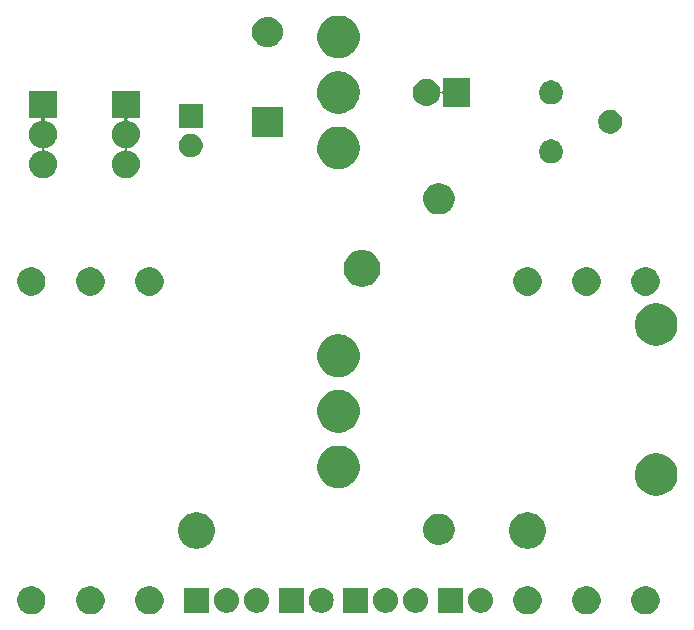
<source format=gbr>
G04 #@! TF.GenerationSoftware,KiCad,Pcbnew,(5.1.2-1)-1*
G04 #@! TF.CreationDate,2019-08-29T00:18:43-06:00*
G04 #@! TF.ProjectId,NuisanceEngine,4e756973-616e-4636-9545-6e67696e652e,rev?*
G04 #@! TF.SameCoordinates,Original*
G04 #@! TF.FileFunction,Soldermask,Bot*
G04 #@! TF.FilePolarity,Negative*
%FSLAX46Y46*%
G04 Gerber Fmt 4.6, Leading zero omitted, Abs format (unit mm)*
G04 Created by KiCad (PCBNEW (5.1.2-1)-1) date 2019-08-29 00:18:43*
%MOMM*%
%LPD*%
G04 APERTURE LIST*
%ADD10C,0.100000*%
G04 APERTURE END LIST*
D10*
G36*
X106350026Y-96846115D02*
G01*
X106568411Y-96936573D01*
X106568413Y-96936574D01*
X106588506Y-96950000D01*
X106764955Y-97067899D01*
X106932101Y-97235045D01*
X107063427Y-97431589D01*
X107153885Y-97649974D01*
X107200000Y-97881809D01*
X107200000Y-98118191D01*
X107153885Y-98350026D01*
X107063427Y-98568411D01*
X107063426Y-98568413D01*
X106932101Y-98764955D01*
X106764955Y-98932101D01*
X106568413Y-99063426D01*
X106568412Y-99063427D01*
X106568411Y-99063427D01*
X106350026Y-99153885D01*
X106118191Y-99200000D01*
X105881809Y-99200000D01*
X105649974Y-99153885D01*
X105431589Y-99063427D01*
X105431588Y-99063427D01*
X105431587Y-99063426D01*
X105235045Y-98932101D01*
X105067899Y-98764955D01*
X104936574Y-98568413D01*
X104936573Y-98568411D01*
X104846115Y-98350026D01*
X104800000Y-98118191D01*
X104800000Y-97881809D01*
X104846115Y-97649974D01*
X104936573Y-97431589D01*
X105067899Y-97235045D01*
X105235045Y-97067899D01*
X105411494Y-96950000D01*
X105431587Y-96936574D01*
X105431589Y-96936573D01*
X105649974Y-96846115D01*
X105881809Y-96800000D01*
X106118191Y-96800000D01*
X106350026Y-96846115D01*
X106350026Y-96846115D01*
G37*
G36*
X101350026Y-96846115D02*
G01*
X101568411Y-96936573D01*
X101568413Y-96936574D01*
X101588506Y-96950000D01*
X101764955Y-97067899D01*
X101932101Y-97235045D01*
X102063427Y-97431589D01*
X102153885Y-97649974D01*
X102200000Y-97881809D01*
X102200000Y-98118191D01*
X102153885Y-98350026D01*
X102063427Y-98568411D01*
X102063426Y-98568413D01*
X101932101Y-98764955D01*
X101764955Y-98932101D01*
X101568413Y-99063426D01*
X101568412Y-99063427D01*
X101568411Y-99063427D01*
X101350026Y-99153885D01*
X101118191Y-99200000D01*
X100881809Y-99200000D01*
X100649974Y-99153885D01*
X100431589Y-99063427D01*
X100431588Y-99063427D01*
X100431587Y-99063426D01*
X100235045Y-98932101D01*
X100067899Y-98764955D01*
X99936574Y-98568413D01*
X99936573Y-98568411D01*
X99846115Y-98350026D01*
X99800000Y-98118191D01*
X99800000Y-97881809D01*
X99846115Y-97649974D01*
X99936573Y-97431589D01*
X100067899Y-97235045D01*
X100235045Y-97067899D01*
X100411494Y-96950000D01*
X100431587Y-96936574D01*
X100431589Y-96936573D01*
X100649974Y-96846115D01*
X100881809Y-96800000D01*
X101118191Y-96800000D01*
X101350026Y-96846115D01*
X101350026Y-96846115D01*
G37*
G36*
X96350026Y-96846115D02*
G01*
X96568411Y-96936573D01*
X96568413Y-96936574D01*
X96588506Y-96950000D01*
X96764955Y-97067899D01*
X96932101Y-97235045D01*
X97063427Y-97431589D01*
X97153885Y-97649974D01*
X97200000Y-97881809D01*
X97200000Y-98118191D01*
X97153885Y-98350026D01*
X97063427Y-98568411D01*
X97063426Y-98568413D01*
X96932101Y-98764955D01*
X96764955Y-98932101D01*
X96568413Y-99063426D01*
X96568412Y-99063427D01*
X96568411Y-99063427D01*
X96350026Y-99153885D01*
X96118191Y-99200000D01*
X95881809Y-99200000D01*
X95649974Y-99153885D01*
X95431589Y-99063427D01*
X95431588Y-99063427D01*
X95431587Y-99063426D01*
X95235045Y-98932101D01*
X95067899Y-98764955D01*
X94936574Y-98568413D01*
X94936573Y-98568411D01*
X94846115Y-98350026D01*
X94800000Y-98118191D01*
X94800000Y-97881809D01*
X94846115Y-97649974D01*
X94936573Y-97431589D01*
X95067899Y-97235045D01*
X95235045Y-97067899D01*
X95411494Y-96950000D01*
X95431587Y-96936574D01*
X95431589Y-96936573D01*
X95649974Y-96846115D01*
X95881809Y-96800000D01*
X96118191Y-96800000D01*
X96350026Y-96846115D01*
X96350026Y-96846115D01*
G37*
G36*
X64350026Y-96846115D02*
G01*
X64568411Y-96936573D01*
X64568413Y-96936574D01*
X64588506Y-96950000D01*
X64764955Y-97067899D01*
X64932101Y-97235045D01*
X65063427Y-97431589D01*
X65153885Y-97649974D01*
X65200000Y-97881809D01*
X65200000Y-98118191D01*
X65153885Y-98350026D01*
X65063427Y-98568411D01*
X65063426Y-98568413D01*
X64932101Y-98764955D01*
X64764955Y-98932101D01*
X64568413Y-99063426D01*
X64568412Y-99063427D01*
X64568411Y-99063427D01*
X64350026Y-99153885D01*
X64118191Y-99200000D01*
X63881809Y-99200000D01*
X63649974Y-99153885D01*
X63431589Y-99063427D01*
X63431588Y-99063427D01*
X63431587Y-99063426D01*
X63235045Y-98932101D01*
X63067899Y-98764955D01*
X62936574Y-98568413D01*
X62936573Y-98568411D01*
X62846115Y-98350026D01*
X62800000Y-98118191D01*
X62800000Y-97881809D01*
X62846115Y-97649974D01*
X62936573Y-97431589D01*
X63067899Y-97235045D01*
X63235045Y-97067899D01*
X63411494Y-96950000D01*
X63431587Y-96936574D01*
X63431589Y-96936573D01*
X63649974Y-96846115D01*
X63881809Y-96800000D01*
X64118191Y-96800000D01*
X64350026Y-96846115D01*
X64350026Y-96846115D01*
G37*
G36*
X59350026Y-96846115D02*
G01*
X59568411Y-96936573D01*
X59568413Y-96936574D01*
X59588506Y-96950000D01*
X59764955Y-97067899D01*
X59932101Y-97235045D01*
X60063427Y-97431589D01*
X60153885Y-97649974D01*
X60200000Y-97881809D01*
X60200000Y-98118191D01*
X60153885Y-98350026D01*
X60063427Y-98568411D01*
X60063426Y-98568413D01*
X59932101Y-98764955D01*
X59764955Y-98932101D01*
X59568413Y-99063426D01*
X59568412Y-99063427D01*
X59568411Y-99063427D01*
X59350026Y-99153885D01*
X59118191Y-99200000D01*
X58881809Y-99200000D01*
X58649974Y-99153885D01*
X58431589Y-99063427D01*
X58431588Y-99063427D01*
X58431587Y-99063426D01*
X58235045Y-98932101D01*
X58067899Y-98764955D01*
X57936574Y-98568413D01*
X57936573Y-98568411D01*
X57846115Y-98350026D01*
X57800000Y-98118191D01*
X57800000Y-97881809D01*
X57846115Y-97649974D01*
X57936573Y-97431589D01*
X58067899Y-97235045D01*
X58235045Y-97067899D01*
X58411494Y-96950000D01*
X58431587Y-96936574D01*
X58431589Y-96936573D01*
X58649974Y-96846115D01*
X58881809Y-96800000D01*
X59118191Y-96800000D01*
X59350026Y-96846115D01*
X59350026Y-96846115D01*
G37*
G36*
X54350026Y-96846115D02*
G01*
X54568411Y-96936573D01*
X54568413Y-96936574D01*
X54588506Y-96950000D01*
X54764955Y-97067899D01*
X54932101Y-97235045D01*
X55063427Y-97431589D01*
X55153885Y-97649974D01*
X55200000Y-97881809D01*
X55200000Y-98118191D01*
X55153885Y-98350026D01*
X55063427Y-98568411D01*
X55063426Y-98568413D01*
X54932101Y-98764955D01*
X54764955Y-98932101D01*
X54568413Y-99063426D01*
X54568412Y-99063427D01*
X54568411Y-99063427D01*
X54350026Y-99153885D01*
X54118191Y-99200000D01*
X53881809Y-99200000D01*
X53649974Y-99153885D01*
X53431589Y-99063427D01*
X53431588Y-99063427D01*
X53431587Y-99063426D01*
X53235045Y-98932101D01*
X53067899Y-98764955D01*
X52936574Y-98568413D01*
X52936573Y-98568411D01*
X52846115Y-98350026D01*
X52800000Y-98118191D01*
X52800000Y-97881809D01*
X52846115Y-97649974D01*
X52936573Y-97431589D01*
X53067899Y-97235045D01*
X53235045Y-97067899D01*
X53411494Y-96950000D01*
X53431587Y-96936574D01*
X53431589Y-96936573D01*
X53649974Y-96846115D01*
X53881809Y-96800000D01*
X54118191Y-96800000D01*
X54350026Y-96846115D01*
X54350026Y-96846115D01*
G37*
G36*
X77050000Y-99050000D02*
G01*
X74950000Y-99050000D01*
X74950000Y-96950000D01*
X77050000Y-96950000D01*
X77050000Y-99050000D01*
X77050000Y-99050000D01*
G37*
G36*
X73208707Y-96957596D02*
G01*
X73285836Y-96965193D01*
X73483762Y-97025233D01*
X73483765Y-97025234D01*
X73666170Y-97122732D01*
X73826055Y-97253945D01*
X73957268Y-97413830D01*
X74054766Y-97596235D01*
X74054767Y-97596238D01*
X74114807Y-97794164D01*
X74135080Y-98000000D01*
X74114807Y-98205836D01*
X74071067Y-98350027D01*
X74054766Y-98403765D01*
X73957268Y-98586170D01*
X73826055Y-98746055D01*
X73666170Y-98877268D01*
X73483765Y-98974766D01*
X73483762Y-98974767D01*
X73285836Y-99034807D01*
X73208707Y-99042403D01*
X73131580Y-99050000D01*
X73028420Y-99050000D01*
X72951293Y-99042403D01*
X72874164Y-99034807D01*
X72676238Y-98974767D01*
X72676235Y-98974766D01*
X72493830Y-98877268D01*
X72333945Y-98746055D01*
X72202732Y-98586170D01*
X72105234Y-98403765D01*
X72088933Y-98350027D01*
X72045193Y-98205836D01*
X72024920Y-98000000D01*
X72045193Y-97794164D01*
X72105233Y-97596238D01*
X72105234Y-97596235D01*
X72202732Y-97413830D01*
X72333945Y-97253945D01*
X72493830Y-97122732D01*
X72676235Y-97025234D01*
X72676238Y-97025233D01*
X72874164Y-96965193D01*
X72951293Y-96957596D01*
X73028420Y-96950000D01*
X73131580Y-96950000D01*
X73208707Y-96957596D01*
X73208707Y-96957596D01*
G37*
G36*
X70668707Y-96957596D02*
G01*
X70745836Y-96965193D01*
X70943762Y-97025233D01*
X70943765Y-97025234D01*
X71126170Y-97122732D01*
X71286055Y-97253945D01*
X71417268Y-97413830D01*
X71514766Y-97596235D01*
X71514767Y-97596238D01*
X71574807Y-97794164D01*
X71595080Y-98000000D01*
X71574807Y-98205836D01*
X71531067Y-98350027D01*
X71514766Y-98403765D01*
X71417268Y-98586170D01*
X71286055Y-98746055D01*
X71126170Y-98877268D01*
X70943765Y-98974766D01*
X70943762Y-98974767D01*
X70745836Y-99034807D01*
X70668707Y-99042403D01*
X70591580Y-99050000D01*
X70488420Y-99050000D01*
X70411293Y-99042403D01*
X70334164Y-99034807D01*
X70136238Y-98974767D01*
X70136235Y-98974766D01*
X69953830Y-98877268D01*
X69793945Y-98746055D01*
X69662732Y-98586170D01*
X69565234Y-98403765D01*
X69548933Y-98350027D01*
X69505193Y-98205836D01*
X69484920Y-98000000D01*
X69505193Y-97794164D01*
X69565233Y-97596238D01*
X69565234Y-97596235D01*
X69662732Y-97413830D01*
X69793945Y-97253945D01*
X69953830Y-97122732D01*
X70136235Y-97025234D01*
X70136238Y-97025233D01*
X70334164Y-96965193D01*
X70411293Y-96957596D01*
X70488420Y-96950000D01*
X70591580Y-96950000D01*
X70668707Y-96957596D01*
X70668707Y-96957596D01*
G37*
G36*
X69050000Y-99050000D02*
G01*
X66950000Y-99050000D01*
X66950000Y-96950000D01*
X69050000Y-96950000D01*
X69050000Y-99050000D01*
X69050000Y-99050000D01*
G37*
G36*
X92168707Y-96957596D02*
G01*
X92245836Y-96965193D01*
X92443762Y-97025233D01*
X92443765Y-97025234D01*
X92626170Y-97122732D01*
X92786055Y-97253945D01*
X92917268Y-97413830D01*
X93014766Y-97596235D01*
X93014767Y-97596238D01*
X93074807Y-97794164D01*
X93095080Y-98000000D01*
X93074807Y-98205836D01*
X93031067Y-98350027D01*
X93014766Y-98403765D01*
X92917268Y-98586170D01*
X92786055Y-98746055D01*
X92626170Y-98877268D01*
X92443765Y-98974766D01*
X92443762Y-98974767D01*
X92245836Y-99034807D01*
X92168707Y-99042403D01*
X92091580Y-99050000D01*
X91988420Y-99050000D01*
X91911293Y-99042403D01*
X91834164Y-99034807D01*
X91636238Y-98974767D01*
X91636235Y-98974766D01*
X91453830Y-98877268D01*
X91293945Y-98746055D01*
X91162732Y-98586170D01*
X91065234Y-98403765D01*
X91048933Y-98350027D01*
X91005193Y-98205836D01*
X90984920Y-98000000D01*
X91005193Y-97794164D01*
X91065233Y-97596238D01*
X91065234Y-97596235D01*
X91162732Y-97413830D01*
X91293945Y-97253945D01*
X91453830Y-97122732D01*
X91636235Y-97025234D01*
X91636238Y-97025233D01*
X91834164Y-96965193D01*
X91911293Y-96957596D01*
X91988420Y-96950000D01*
X92091580Y-96950000D01*
X92168707Y-96957596D01*
X92168707Y-96957596D01*
G37*
G36*
X90550000Y-99050000D02*
G01*
X88450000Y-99050000D01*
X88450000Y-96950000D01*
X90550000Y-96950000D01*
X90550000Y-99050000D01*
X90550000Y-99050000D01*
G37*
G36*
X86668707Y-96957596D02*
G01*
X86745836Y-96965193D01*
X86943762Y-97025233D01*
X86943765Y-97025234D01*
X87126170Y-97122732D01*
X87286055Y-97253945D01*
X87417268Y-97413830D01*
X87514766Y-97596235D01*
X87514767Y-97596238D01*
X87574807Y-97794164D01*
X87595080Y-98000000D01*
X87574807Y-98205836D01*
X87531067Y-98350027D01*
X87514766Y-98403765D01*
X87417268Y-98586170D01*
X87286055Y-98746055D01*
X87126170Y-98877268D01*
X86943765Y-98974766D01*
X86943762Y-98974767D01*
X86745836Y-99034807D01*
X86668707Y-99042403D01*
X86591580Y-99050000D01*
X86488420Y-99050000D01*
X86411293Y-99042403D01*
X86334164Y-99034807D01*
X86136238Y-98974767D01*
X86136235Y-98974766D01*
X85953830Y-98877268D01*
X85793945Y-98746055D01*
X85662732Y-98586170D01*
X85565234Y-98403765D01*
X85548933Y-98350027D01*
X85505193Y-98205836D01*
X85484920Y-98000000D01*
X85505193Y-97794164D01*
X85565233Y-97596238D01*
X85565234Y-97596235D01*
X85662732Y-97413830D01*
X85793945Y-97253945D01*
X85953830Y-97122732D01*
X86136235Y-97025234D01*
X86136238Y-97025233D01*
X86334164Y-96965193D01*
X86411293Y-96957596D01*
X86488420Y-96950000D01*
X86591580Y-96950000D01*
X86668707Y-96957596D01*
X86668707Y-96957596D01*
G37*
G36*
X84128707Y-96957596D02*
G01*
X84205836Y-96965193D01*
X84403762Y-97025233D01*
X84403765Y-97025234D01*
X84586170Y-97122732D01*
X84746055Y-97253945D01*
X84877268Y-97413830D01*
X84974766Y-97596235D01*
X84974767Y-97596238D01*
X85034807Y-97794164D01*
X85055080Y-98000000D01*
X85034807Y-98205836D01*
X84991067Y-98350027D01*
X84974766Y-98403765D01*
X84877268Y-98586170D01*
X84746055Y-98746055D01*
X84586170Y-98877268D01*
X84403765Y-98974766D01*
X84403762Y-98974767D01*
X84205836Y-99034807D01*
X84128707Y-99042403D01*
X84051580Y-99050000D01*
X83948420Y-99050000D01*
X83871293Y-99042403D01*
X83794164Y-99034807D01*
X83596238Y-98974767D01*
X83596235Y-98974766D01*
X83413830Y-98877268D01*
X83253945Y-98746055D01*
X83122732Y-98586170D01*
X83025234Y-98403765D01*
X83008933Y-98350027D01*
X82965193Y-98205836D01*
X82944920Y-98000000D01*
X82965193Y-97794164D01*
X83025233Y-97596238D01*
X83025234Y-97596235D01*
X83122732Y-97413830D01*
X83253945Y-97253945D01*
X83413830Y-97122732D01*
X83596235Y-97025234D01*
X83596238Y-97025233D01*
X83794164Y-96965193D01*
X83871293Y-96957596D01*
X83948420Y-96950000D01*
X84051580Y-96950000D01*
X84128707Y-96957596D01*
X84128707Y-96957596D01*
G37*
G36*
X82510000Y-99050000D02*
G01*
X80410000Y-99050000D01*
X80410000Y-96950000D01*
X82510000Y-96950000D01*
X82510000Y-99050000D01*
X82510000Y-99050000D01*
G37*
G36*
X78668707Y-96957596D02*
G01*
X78745836Y-96965193D01*
X78943762Y-97025233D01*
X78943765Y-97025234D01*
X79126170Y-97122732D01*
X79286055Y-97253945D01*
X79417268Y-97413830D01*
X79514766Y-97596235D01*
X79514767Y-97596238D01*
X79574807Y-97794164D01*
X79595080Y-98000000D01*
X79574807Y-98205836D01*
X79531067Y-98350027D01*
X79514766Y-98403765D01*
X79417268Y-98586170D01*
X79286055Y-98746055D01*
X79126170Y-98877268D01*
X78943765Y-98974766D01*
X78943762Y-98974767D01*
X78745836Y-99034807D01*
X78668707Y-99042403D01*
X78591580Y-99050000D01*
X78488420Y-99050000D01*
X78411293Y-99042403D01*
X78334164Y-99034807D01*
X78136238Y-98974767D01*
X78136235Y-98974766D01*
X77953830Y-98877268D01*
X77793945Y-98746055D01*
X77662732Y-98586170D01*
X77565234Y-98403765D01*
X77548933Y-98350027D01*
X77505193Y-98205836D01*
X77484920Y-98000000D01*
X77505193Y-97794164D01*
X77565233Y-97596238D01*
X77565234Y-97596235D01*
X77662732Y-97413830D01*
X77793945Y-97253945D01*
X77953830Y-97122732D01*
X78136235Y-97025234D01*
X78136238Y-97025233D01*
X78334164Y-96965193D01*
X78411293Y-96957596D01*
X78488420Y-96950000D01*
X78591580Y-96950000D01*
X78668707Y-96957596D01*
X78668707Y-96957596D01*
G37*
G36*
X96302390Y-90579783D02*
G01*
X96452118Y-90609565D01*
X96568960Y-90657963D01*
X96734199Y-90726407D01*
X96734200Y-90726408D01*
X96988068Y-90896036D01*
X97203964Y-91111932D01*
X97230427Y-91151537D01*
X97373593Y-91365801D01*
X97375140Y-91369537D01*
X97475474Y-91611762D01*
X97490435Y-91647883D01*
X97550000Y-91947337D01*
X97550000Y-92252663D01*
X97490435Y-92552117D01*
X97373593Y-92834199D01*
X97373592Y-92834200D01*
X97203964Y-93088068D01*
X96988068Y-93303964D01*
X96947605Y-93331000D01*
X96734199Y-93473593D01*
X96568960Y-93542037D01*
X96452118Y-93590435D01*
X96302390Y-93620217D01*
X96152663Y-93650000D01*
X95847337Y-93650000D01*
X95697610Y-93620217D01*
X95547882Y-93590435D01*
X95431040Y-93542037D01*
X95265801Y-93473593D01*
X95052395Y-93331000D01*
X95011932Y-93303964D01*
X94796036Y-93088068D01*
X94626408Y-92834200D01*
X94626407Y-92834199D01*
X94509565Y-92552117D01*
X94450000Y-92252663D01*
X94450000Y-91947337D01*
X94509565Y-91647883D01*
X94524527Y-91611762D01*
X94624860Y-91369537D01*
X94626407Y-91365801D01*
X94769573Y-91151537D01*
X94796036Y-91111932D01*
X95011932Y-90896036D01*
X95265800Y-90726408D01*
X95265801Y-90726407D01*
X95431040Y-90657963D01*
X95547882Y-90609565D01*
X95697610Y-90579783D01*
X95847337Y-90550000D01*
X96152663Y-90550000D01*
X96302390Y-90579783D01*
X96302390Y-90579783D01*
G37*
G36*
X68302390Y-90579783D02*
G01*
X68452118Y-90609565D01*
X68568960Y-90657963D01*
X68734199Y-90726407D01*
X68734200Y-90726408D01*
X68988068Y-90896036D01*
X69203964Y-91111932D01*
X69230427Y-91151537D01*
X69373593Y-91365801D01*
X69375140Y-91369537D01*
X69475474Y-91611762D01*
X69490435Y-91647883D01*
X69550000Y-91947337D01*
X69550000Y-92252663D01*
X69490435Y-92552117D01*
X69373593Y-92834199D01*
X69373592Y-92834200D01*
X69203964Y-93088068D01*
X68988068Y-93303964D01*
X68947605Y-93331000D01*
X68734199Y-93473593D01*
X68568960Y-93542037D01*
X68452118Y-93590435D01*
X68302390Y-93620217D01*
X68152663Y-93650000D01*
X67847337Y-93650000D01*
X67697610Y-93620217D01*
X67547882Y-93590435D01*
X67431040Y-93542037D01*
X67265801Y-93473593D01*
X67052395Y-93331000D01*
X67011932Y-93303964D01*
X66796036Y-93088068D01*
X66626408Y-92834200D01*
X66626407Y-92834199D01*
X66509565Y-92552117D01*
X66450000Y-92252663D01*
X66450000Y-91947337D01*
X66509565Y-91647883D01*
X66524527Y-91611762D01*
X66624860Y-91369537D01*
X66626407Y-91365801D01*
X66769573Y-91151537D01*
X66796036Y-91111932D01*
X67011932Y-90896036D01*
X67265800Y-90726408D01*
X67265801Y-90726407D01*
X67431040Y-90657963D01*
X67547882Y-90609565D01*
X67697610Y-90579783D01*
X67847337Y-90550000D01*
X68152663Y-90550000D01*
X68302390Y-90579783D01*
X68302390Y-90579783D01*
G37*
G36*
X88888237Y-90720149D02*
G01*
X89130463Y-90820482D01*
X89130465Y-90820483D01*
X89348463Y-90966145D01*
X89533855Y-91151537D01*
X89533856Y-91151539D01*
X89679518Y-91369537D01*
X89779851Y-91611763D01*
X89831000Y-91868907D01*
X89831000Y-92131093D01*
X89779851Y-92388237D01*
X89711970Y-92552117D01*
X89679517Y-92630465D01*
X89533855Y-92848463D01*
X89348463Y-93033855D01*
X89130465Y-93179517D01*
X89130464Y-93179518D01*
X89130463Y-93179518D01*
X88888237Y-93279851D01*
X88631093Y-93331000D01*
X88368907Y-93331000D01*
X88111763Y-93279851D01*
X87869537Y-93179518D01*
X87869536Y-93179518D01*
X87869535Y-93179517D01*
X87651537Y-93033855D01*
X87466145Y-92848463D01*
X87320483Y-92630465D01*
X87288030Y-92552117D01*
X87220149Y-92388237D01*
X87169000Y-92131093D01*
X87169000Y-91868907D01*
X87220149Y-91611763D01*
X87320482Y-91369537D01*
X87466144Y-91151539D01*
X87466145Y-91151537D01*
X87651537Y-90966145D01*
X87869535Y-90820483D01*
X87869537Y-90820482D01*
X88111763Y-90720149D01*
X88368907Y-90669000D01*
X88631093Y-90669000D01*
X88888237Y-90720149D01*
X88888237Y-90720149D01*
G37*
G36*
X107251163Y-85584587D02*
G01*
X107425041Y-85619173D01*
X107752620Y-85754861D01*
X108047433Y-85951849D01*
X108298151Y-86202567D01*
X108495139Y-86497380D01*
X108630827Y-86824959D01*
X108630827Y-86824961D01*
X108700000Y-87172714D01*
X108700000Y-87527286D01*
X108665414Y-87701162D01*
X108630827Y-87875041D01*
X108495139Y-88202620D01*
X108298151Y-88497433D01*
X108047433Y-88748151D01*
X107752620Y-88945139D01*
X107425041Y-89080827D01*
X107251162Y-89115414D01*
X107077286Y-89150000D01*
X106722714Y-89150000D01*
X106548838Y-89115414D01*
X106374959Y-89080827D01*
X106047380Y-88945139D01*
X105752567Y-88748151D01*
X105501849Y-88497433D01*
X105304861Y-88202620D01*
X105169173Y-87875041D01*
X105134586Y-87701162D01*
X105100000Y-87527286D01*
X105100000Y-87172714D01*
X105169173Y-86824961D01*
X105169173Y-86824959D01*
X105304861Y-86497380D01*
X105501849Y-86202567D01*
X105752567Y-85951849D01*
X106047380Y-85754861D01*
X106374959Y-85619173D01*
X106548837Y-85584587D01*
X106722714Y-85550000D01*
X107077286Y-85550000D01*
X107251163Y-85584587D01*
X107251163Y-85584587D01*
G37*
G36*
X80351163Y-84934587D02*
G01*
X80525041Y-84969173D01*
X80852620Y-85104861D01*
X81147433Y-85301849D01*
X81398151Y-85552567D01*
X81595139Y-85847380D01*
X81730827Y-86174959D01*
X81765414Y-86348838D01*
X81794961Y-86497380D01*
X81800000Y-86522716D01*
X81800000Y-86877284D01*
X81730827Y-87225041D01*
X81595139Y-87552620D01*
X81398151Y-87847433D01*
X81147433Y-88098151D01*
X80852620Y-88295139D01*
X80525041Y-88430827D01*
X80351162Y-88465414D01*
X80177286Y-88500000D01*
X79822714Y-88500000D01*
X79648838Y-88465414D01*
X79474959Y-88430827D01*
X79147380Y-88295139D01*
X78852567Y-88098151D01*
X78601849Y-87847433D01*
X78404861Y-87552620D01*
X78269173Y-87225041D01*
X78200000Y-86877284D01*
X78200000Y-86522716D01*
X78205040Y-86497380D01*
X78234587Y-86348837D01*
X78269173Y-86174959D01*
X78404861Y-85847380D01*
X78601849Y-85552567D01*
X78852567Y-85301849D01*
X79147380Y-85104861D01*
X79474959Y-84969173D01*
X79648837Y-84934587D01*
X79822714Y-84900000D01*
X80177286Y-84900000D01*
X80351163Y-84934587D01*
X80351163Y-84934587D01*
G37*
G36*
X80351163Y-80234587D02*
G01*
X80525041Y-80269173D01*
X80852620Y-80404861D01*
X81147433Y-80601849D01*
X81398151Y-80852567D01*
X81595139Y-81147380D01*
X81730827Y-81474959D01*
X81800000Y-81822716D01*
X81800000Y-82177284D01*
X81730827Y-82525041D01*
X81595139Y-82852620D01*
X81398151Y-83147433D01*
X81147433Y-83398151D01*
X80852620Y-83595139D01*
X80525041Y-83730827D01*
X80351162Y-83765414D01*
X80177286Y-83800000D01*
X79822714Y-83800000D01*
X79648838Y-83765414D01*
X79474959Y-83730827D01*
X79147380Y-83595139D01*
X78852567Y-83398151D01*
X78601849Y-83147433D01*
X78404861Y-82852620D01*
X78269173Y-82525041D01*
X78200000Y-82177284D01*
X78200000Y-81822716D01*
X78269173Y-81474959D01*
X78404861Y-81147380D01*
X78601849Y-80852567D01*
X78852567Y-80601849D01*
X79147380Y-80404861D01*
X79474959Y-80269173D01*
X79648837Y-80234587D01*
X79822714Y-80200000D01*
X80177286Y-80200000D01*
X80351163Y-80234587D01*
X80351163Y-80234587D01*
G37*
G36*
X80351163Y-75534587D02*
G01*
X80525041Y-75569173D01*
X80852620Y-75704861D01*
X81147433Y-75901849D01*
X81398151Y-76152567D01*
X81595139Y-76447380D01*
X81730827Y-76774959D01*
X81800000Y-77122716D01*
X81800000Y-77477284D01*
X81730827Y-77825041D01*
X81595139Y-78152620D01*
X81398151Y-78447433D01*
X81147433Y-78698151D01*
X80852620Y-78895139D01*
X80525041Y-79030827D01*
X80351163Y-79065413D01*
X80177286Y-79100000D01*
X79822714Y-79100000D01*
X79648837Y-79065413D01*
X79474959Y-79030827D01*
X79147380Y-78895139D01*
X78852567Y-78698151D01*
X78601849Y-78447433D01*
X78404861Y-78152620D01*
X78269173Y-77825041D01*
X78200000Y-77477284D01*
X78200000Y-77122716D01*
X78269173Y-76774959D01*
X78404861Y-76447380D01*
X78601849Y-76152567D01*
X78852567Y-75901849D01*
X79147380Y-75704861D01*
X79474959Y-75569173D01*
X79648837Y-75534587D01*
X79822714Y-75500000D01*
X80177286Y-75500000D01*
X80351163Y-75534587D01*
X80351163Y-75534587D01*
G37*
G36*
X107251162Y-72884586D02*
G01*
X107425041Y-72919173D01*
X107752620Y-73054861D01*
X108047433Y-73251849D01*
X108298151Y-73502567D01*
X108495139Y-73797380D01*
X108630827Y-74124959D01*
X108700000Y-74472716D01*
X108700000Y-74827284D01*
X108630827Y-75175041D01*
X108495139Y-75502620D01*
X108298151Y-75797433D01*
X108047433Y-76048151D01*
X107752620Y-76245139D01*
X107425041Y-76380827D01*
X107251162Y-76415414D01*
X107077286Y-76450000D01*
X106722714Y-76450000D01*
X106548838Y-76415414D01*
X106374959Y-76380827D01*
X106047380Y-76245139D01*
X105752567Y-76048151D01*
X105501849Y-75797433D01*
X105304861Y-75502620D01*
X105169173Y-75175041D01*
X105100000Y-74827284D01*
X105100000Y-74472716D01*
X105169173Y-74124959D01*
X105304861Y-73797380D01*
X105501849Y-73502567D01*
X105752567Y-73251849D01*
X106047380Y-73054861D01*
X106374959Y-72919173D01*
X106548838Y-72884586D01*
X106722714Y-72850000D01*
X107077286Y-72850000D01*
X107251162Y-72884586D01*
X107251162Y-72884586D01*
G37*
G36*
X106350026Y-69846115D02*
G01*
X106568411Y-69936573D01*
X106568413Y-69936574D01*
X106764955Y-70067899D01*
X106932101Y-70235045D01*
X107010327Y-70352118D01*
X107063427Y-70431589D01*
X107153885Y-70649974D01*
X107200000Y-70881809D01*
X107200000Y-71118191D01*
X107153885Y-71350026D01*
X107137147Y-71390435D01*
X107063426Y-71568413D01*
X106932101Y-71764955D01*
X106764955Y-71932101D01*
X106568413Y-72063426D01*
X106568412Y-72063427D01*
X106568411Y-72063427D01*
X106350026Y-72153885D01*
X106118191Y-72200000D01*
X105881809Y-72200000D01*
X105649974Y-72153885D01*
X105431589Y-72063427D01*
X105431588Y-72063427D01*
X105431587Y-72063426D01*
X105235045Y-71932101D01*
X105067899Y-71764955D01*
X104936574Y-71568413D01*
X104862853Y-71390435D01*
X104846115Y-71350026D01*
X104800000Y-71118191D01*
X104800000Y-70881809D01*
X104846115Y-70649974D01*
X104936573Y-70431589D01*
X104989674Y-70352118D01*
X105067899Y-70235045D01*
X105235045Y-70067899D01*
X105431587Y-69936574D01*
X105431589Y-69936573D01*
X105649974Y-69846115D01*
X105881809Y-69800000D01*
X106118191Y-69800000D01*
X106350026Y-69846115D01*
X106350026Y-69846115D01*
G37*
G36*
X101350026Y-69846115D02*
G01*
X101568411Y-69936573D01*
X101568413Y-69936574D01*
X101764955Y-70067899D01*
X101932101Y-70235045D01*
X102010327Y-70352118D01*
X102063427Y-70431589D01*
X102153885Y-70649974D01*
X102200000Y-70881809D01*
X102200000Y-71118191D01*
X102153885Y-71350026D01*
X102137147Y-71390435D01*
X102063426Y-71568413D01*
X101932101Y-71764955D01*
X101764955Y-71932101D01*
X101568413Y-72063426D01*
X101568412Y-72063427D01*
X101568411Y-72063427D01*
X101350026Y-72153885D01*
X101118191Y-72200000D01*
X100881809Y-72200000D01*
X100649974Y-72153885D01*
X100431589Y-72063427D01*
X100431588Y-72063427D01*
X100431587Y-72063426D01*
X100235045Y-71932101D01*
X100067899Y-71764955D01*
X99936574Y-71568413D01*
X99862853Y-71390435D01*
X99846115Y-71350026D01*
X99800000Y-71118191D01*
X99800000Y-70881809D01*
X99846115Y-70649974D01*
X99936573Y-70431589D01*
X99989674Y-70352118D01*
X100067899Y-70235045D01*
X100235045Y-70067899D01*
X100431587Y-69936574D01*
X100431589Y-69936573D01*
X100649974Y-69846115D01*
X100881809Y-69800000D01*
X101118191Y-69800000D01*
X101350026Y-69846115D01*
X101350026Y-69846115D01*
G37*
G36*
X96350026Y-69846115D02*
G01*
X96568411Y-69936573D01*
X96568413Y-69936574D01*
X96764955Y-70067899D01*
X96932101Y-70235045D01*
X97010327Y-70352118D01*
X97063427Y-70431589D01*
X97153885Y-70649974D01*
X97200000Y-70881809D01*
X97200000Y-71118191D01*
X97153885Y-71350026D01*
X97137147Y-71390435D01*
X97063426Y-71568413D01*
X96932101Y-71764955D01*
X96764955Y-71932101D01*
X96568413Y-72063426D01*
X96568412Y-72063427D01*
X96568411Y-72063427D01*
X96350026Y-72153885D01*
X96118191Y-72200000D01*
X95881809Y-72200000D01*
X95649974Y-72153885D01*
X95431589Y-72063427D01*
X95431588Y-72063427D01*
X95431587Y-72063426D01*
X95235045Y-71932101D01*
X95067899Y-71764955D01*
X94936574Y-71568413D01*
X94862853Y-71390435D01*
X94846115Y-71350026D01*
X94800000Y-71118191D01*
X94800000Y-70881809D01*
X94846115Y-70649974D01*
X94936573Y-70431589D01*
X94989674Y-70352118D01*
X95067899Y-70235045D01*
X95235045Y-70067899D01*
X95431587Y-69936574D01*
X95431589Y-69936573D01*
X95649974Y-69846115D01*
X95881809Y-69800000D01*
X96118191Y-69800000D01*
X96350026Y-69846115D01*
X96350026Y-69846115D01*
G37*
G36*
X64350026Y-69846115D02*
G01*
X64568411Y-69936573D01*
X64568413Y-69936574D01*
X64764955Y-70067899D01*
X64932101Y-70235045D01*
X65010327Y-70352118D01*
X65063427Y-70431589D01*
X65153885Y-70649974D01*
X65200000Y-70881809D01*
X65200000Y-71118191D01*
X65153885Y-71350026D01*
X65137147Y-71390435D01*
X65063426Y-71568413D01*
X64932101Y-71764955D01*
X64764955Y-71932101D01*
X64568413Y-72063426D01*
X64568412Y-72063427D01*
X64568411Y-72063427D01*
X64350026Y-72153885D01*
X64118191Y-72200000D01*
X63881809Y-72200000D01*
X63649974Y-72153885D01*
X63431589Y-72063427D01*
X63431588Y-72063427D01*
X63431587Y-72063426D01*
X63235045Y-71932101D01*
X63067899Y-71764955D01*
X62936574Y-71568413D01*
X62862853Y-71390435D01*
X62846115Y-71350026D01*
X62800000Y-71118191D01*
X62800000Y-70881809D01*
X62846115Y-70649974D01*
X62936573Y-70431589D01*
X62989674Y-70352118D01*
X63067899Y-70235045D01*
X63235045Y-70067899D01*
X63431587Y-69936574D01*
X63431589Y-69936573D01*
X63649974Y-69846115D01*
X63881809Y-69800000D01*
X64118191Y-69800000D01*
X64350026Y-69846115D01*
X64350026Y-69846115D01*
G37*
G36*
X59350026Y-69846115D02*
G01*
X59568411Y-69936573D01*
X59568413Y-69936574D01*
X59764955Y-70067899D01*
X59932101Y-70235045D01*
X60010327Y-70352118D01*
X60063427Y-70431589D01*
X60153885Y-70649974D01*
X60200000Y-70881809D01*
X60200000Y-71118191D01*
X60153885Y-71350026D01*
X60137147Y-71390435D01*
X60063426Y-71568413D01*
X59932101Y-71764955D01*
X59764955Y-71932101D01*
X59568413Y-72063426D01*
X59568412Y-72063427D01*
X59568411Y-72063427D01*
X59350026Y-72153885D01*
X59118191Y-72200000D01*
X58881809Y-72200000D01*
X58649974Y-72153885D01*
X58431589Y-72063427D01*
X58431588Y-72063427D01*
X58431587Y-72063426D01*
X58235045Y-71932101D01*
X58067899Y-71764955D01*
X57936574Y-71568413D01*
X57862853Y-71390435D01*
X57846115Y-71350026D01*
X57800000Y-71118191D01*
X57800000Y-70881809D01*
X57846115Y-70649974D01*
X57936573Y-70431589D01*
X57989674Y-70352118D01*
X58067899Y-70235045D01*
X58235045Y-70067899D01*
X58431587Y-69936574D01*
X58431589Y-69936573D01*
X58649974Y-69846115D01*
X58881809Y-69800000D01*
X59118191Y-69800000D01*
X59350026Y-69846115D01*
X59350026Y-69846115D01*
G37*
G36*
X54350026Y-69846115D02*
G01*
X54568411Y-69936573D01*
X54568413Y-69936574D01*
X54764955Y-70067899D01*
X54932101Y-70235045D01*
X55010327Y-70352118D01*
X55063427Y-70431589D01*
X55153885Y-70649974D01*
X55200000Y-70881809D01*
X55200000Y-71118191D01*
X55153885Y-71350026D01*
X55137147Y-71390435D01*
X55063426Y-71568413D01*
X54932101Y-71764955D01*
X54764955Y-71932101D01*
X54568413Y-72063426D01*
X54568412Y-72063427D01*
X54568411Y-72063427D01*
X54350026Y-72153885D01*
X54118191Y-72200000D01*
X53881809Y-72200000D01*
X53649974Y-72153885D01*
X53431589Y-72063427D01*
X53431588Y-72063427D01*
X53431587Y-72063426D01*
X53235045Y-71932101D01*
X53067899Y-71764955D01*
X52936574Y-71568413D01*
X52862853Y-71390435D01*
X52846115Y-71350026D01*
X52800000Y-71118191D01*
X52800000Y-70881809D01*
X52846115Y-70649974D01*
X52936573Y-70431589D01*
X52989674Y-70352118D01*
X53067899Y-70235045D01*
X53235045Y-70067899D01*
X53431587Y-69936574D01*
X53431589Y-69936573D01*
X53649974Y-69846115D01*
X53881809Y-69800000D01*
X54118191Y-69800000D01*
X54350026Y-69846115D01*
X54350026Y-69846115D01*
G37*
G36*
X82302390Y-68379783D02*
G01*
X82452118Y-68409565D01*
X82568960Y-68457963D01*
X82734199Y-68526407D01*
X82734200Y-68526408D01*
X82988068Y-68696036D01*
X83203964Y-68911932D01*
X83317306Y-69081561D01*
X83373593Y-69165801D01*
X83490435Y-69447883D01*
X83550000Y-69747337D01*
X83550000Y-70052663D01*
X83490435Y-70352117D01*
X83373593Y-70634199D01*
X83373592Y-70634200D01*
X83203964Y-70888068D01*
X82988068Y-71103964D01*
X82818439Y-71217306D01*
X82734199Y-71273593D01*
X82568960Y-71342037D01*
X82452118Y-71390435D01*
X82302390Y-71420218D01*
X82152663Y-71450000D01*
X81847337Y-71450000D01*
X81697610Y-71420218D01*
X81547882Y-71390435D01*
X81431040Y-71342037D01*
X81265801Y-71273593D01*
X81181561Y-71217306D01*
X81011932Y-71103964D01*
X80796036Y-70888068D01*
X80626408Y-70634200D01*
X80626407Y-70634199D01*
X80509565Y-70352117D01*
X80450000Y-70052663D01*
X80450000Y-69747337D01*
X80509565Y-69447883D01*
X80626407Y-69165801D01*
X80682694Y-69081561D01*
X80796036Y-68911932D01*
X81011932Y-68696036D01*
X81265800Y-68526408D01*
X81265801Y-68526407D01*
X81431040Y-68457963D01*
X81547882Y-68409565D01*
X81697610Y-68379783D01*
X81847337Y-68350000D01*
X82152663Y-68350000D01*
X82302390Y-68379783D01*
X82302390Y-68379783D01*
G37*
G36*
X88888237Y-62720149D02*
G01*
X89130463Y-62820482D01*
X89130465Y-62820483D01*
X89348463Y-62966145D01*
X89533855Y-63151537D01*
X89533856Y-63151539D01*
X89679518Y-63369537D01*
X89779851Y-63611763D01*
X89831000Y-63868907D01*
X89831000Y-64131093D01*
X89779851Y-64388237D01*
X89679518Y-64630463D01*
X89679517Y-64630465D01*
X89533855Y-64848463D01*
X89348463Y-65033855D01*
X89130465Y-65179517D01*
X89130464Y-65179518D01*
X89130463Y-65179518D01*
X88888237Y-65279851D01*
X88631093Y-65331000D01*
X88368907Y-65331000D01*
X88111763Y-65279851D01*
X87869537Y-65179518D01*
X87869536Y-65179518D01*
X87869535Y-65179517D01*
X87651537Y-65033855D01*
X87466145Y-64848463D01*
X87320483Y-64630465D01*
X87320482Y-64630463D01*
X87220149Y-64388237D01*
X87169000Y-64131093D01*
X87169000Y-63868907D01*
X87220149Y-63611763D01*
X87320482Y-63369537D01*
X87466144Y-63151539D01*
X87466145Y-63151537D01*
X87651537Y-62966145D01*
X87869535Y-62820483D01*
X87869537Y-62820482D01*
X88111763Y-62720149D01*
X88368907Y-62669000D01*
X88631093Y-62669000D01*
X88888237Y-62720149D01*
X88888237Y-62720149D01*
G37*
G36*
X56200000Y-57152500D02*
G01*
X55262531Y-57152500D01*
X55238145Y-57154902D01*
X55214696Y-57162015D01*
X55193085Y-57173566D01*
X55174143Y-57189111D01*
X55158598Y-57208053D01*
X55147047Y-57229664D01*
X55139934Y-57253113D01*
X55137532Y-57277499D01*
X55139934Y-57301885D01*
X55147047Y-57325334D01*
X55158598Y-57346945D01*
X55174143Y-57365887D01*
X55193085Y-57381432D01*
X55214696Y-57392983D01*
X55250279Y-57401896D01*
X55273429Y-57404176D01*
X55490676Y-57470077D01*
X55490679Y-57470078D01*
X55670344Y-57566112D01*
X55690893Y-57577095D01*
X55736607Y-57614612D01*
X55866384Y-57721116D01*
X55972888Y-57850893D01*
X56010405Y-57896607D01*
X56010406Y-57896609D01*
X56117422Y-58096821D01*
X56117423Y-58096824D01*
X56183324Y-58314071D01*
X56205576Y-58540000D01*
X56183324Y-58765929D01*
X56154018Y-58862537D01*
X56117422Y-58983179D01*
X56113776Y-58990000D01*
X56010405Y-59183393D01*
X55989955Y-59208311D01*
X55866384Y-59358884D01*
X55736607Y-59465388D01*
X55690893Y-59502905D01*
X55690891Y-59502906D01*
X55490679Y-59609922D01*
X55490676Y-59609923D01*
X55273429Y-59675824D01*
X55195961Y-59683454D01*
X55174141Y-59685603D01*
X55150108Y-59690383D01*
X55127469Y-59699761D01*
X55107094Y-59713375D01*
X55089767Y-59730702D01*
X55076154Y-59751076D01*
X55066776Y-59773715D01*
X55061996Y-59797748D01*
X55061996Y-59822252D01*
X55066776Y-59846285D01*
X55076154Y-59868924D01*
X55089768Y-59889299D01*
X55107095Y-59906626D01*
X55127469Y-59920239D01*
X55150108Y-59929617D01*
X55174141Y-59934397D01*
X55273429Y-59944176D01*
X55370684Y-59973678D01*
X55490679Y-60010078D01*
X55657930Y-60099476D01*
X55690893Y-60117095D01*
X55715711Y-60137463D01*
X55866384Y-60261116D01*
X55969028Y-60386189D01*
X56010405Y-60436607D01*
X56010406Y-60436609D01*
X56117422Y-60636821D01*
X56183324Y-60854072D01*
X56205576Y-61080000D01*
X56183324Y-61305928D01*
X56117422Y-61523179D01*
X56021388Y-61702844D01*
X56010405Y-61723393D01*
X55972888Y-61769107D01*
X55866384Y-61898884D01*
X55736607Y-62005388D01*
X55690893Y-62042905D01*
X55690891Y-62042906D01*
X55490679Y-62149922D01*
X55490676Y-62149923D01*
X55273429Y-62215824D01*
X55216991Y-62221383D01*
X55104116Y-62232500D01*
X54895884Y-62232500D01*
X54783009Y-62221383D01*
X54726571Y-62215824D01*
X54509324Y-62149923D01*
X54509321Y-62149922D01*
X54309109Y-62042906D01*
X54309107Y-62042905D01*
X54263393Y-62005388D01*
X54133616Y-61898884D01*
X54027112Y-61769107D01*
X53989595Y-61723393D01*
X53978612Y-61702844D01*
X53882578Y-61523179D01*
X53816676Y-61305928D01*
X53794424Y-61080000D01*
X53816676Y-60854072D01*
X53882578Y-60636821D01*
X53989594Y-60436609D01*
X53989595Y-60436607D01*
X54030972Y-60386189D01*
X54133616Y-60261116D01*
X54284289Y-60137463D01*
X54309107Y-60117095D01*
X54342070Y-60099476D01*
X54509321Y-60010078D01*
X54629316Y-59973678D01*
X54726571Y-59944176D01*
X54825859Y-59934397D01*
X54849892Y-59929617D01*
X54872531Y-59920239D01*
X54892906Y-59906625D01*
X54910233Y-59889298D01*
X54923846Y-59868924D01*
X54933224Y-59846285D01*
X54938004Y-59822252D01*
X54938004Y-59797748D01*
X54933224Y-59773715D01*
X54923846Y-59751076D01*
X54910232Y-59730701D01*
X54892905Y-59713374D01*
X54872531Y-59699761D01*
X54849892Y-59690383D01*
X54825859Y-59685603D01*
X54804039Y-59683454D01*
X54726571Y-59675824D01*
X54509324Y-59609923D01*
X54509321Y-59609922D01*
X54309109Y-59502906D01*
X54309107Y-59502905D01*
X54263393Y-59465388D01*
X54133616Y-59358884D01*
X54010045Y-59208311D01*
X53989595Y-59183393D01*
X53886224Y-58990000D01*
X53882578Y-58983179D01*
X53845982Y-58862537D01*
X53816676Y-58765929D01*
X53794424Y-58540000D01*
X53816676Y-58314071D01*
X53882577Y-58096824D01*
X53882578Y-58096821D01*
X53989594Y-57896609D01*
X53989595Y-57896607D01*
X54027112Y-57850893D01*
X54133616Y-57721116D01*
X54263393Y-57614612D01*
X54309107Y-57577095D01*
X54329656Y-57566112D01*
X54509321Y-57470078D01*
X54509324Y-57470077D01*
X54726571Y-57404176D01*
X54749722Y-57401896D01*
X54773755Y-57397115D01*
X54796393Y-57387738D01*
X54816768Y-57374124D01*
X54834095Y-57356797D01*
X54847708Y-57336423D01*
X54857086Y-57313784D01*
X54861866Y-57289751D01*
X54861866Y-57265247D01*
X54857085Y-57241213D01*
X54847708Y-57218575D01*
X54834094Y-57198200D01*
X54816767Y-57180873D01*
X54796393Y-57167260D01*
X54773754Y-57157882D01*
X54737469Y-57152500D01*
X53800000Y-57152500D01*
X53800000Y-54847500D01*
X56200000Y-54847500D01*
X56200000Y-57152500D01*
X56200000Y-57152500D01*
G37*
G36*
X63200000Y-57152500D02*
G01*
X62262531Y-57152500D01*
X62238145Y-57154902D01*
X62214696Y-57162015D01*
X62193085Y-57173566D01*
X62174143Y-57189111D01*
X62158598Y-57208053D01*
X62147047Y-57229664D01*
X62139934Y-57253113D01*
X62137532Y-57277499D01*
X62139934Y-57301885D01*
X62147047Y-57325334D01*
X62158598Y-57346945D01*
X62174143Y-57365887D01*
X62193085Y-57381432D01*
X62214696Y-57392983D01*
X62250279Y-57401896D01*
X62273429Y-57404176D01*
X62490676Y-57470077D01*
X62490679Y-57470078D01*
X62670344Y-57566112D01*
X62690893Y-57577095D01*
X62736607Y-57614612D01*
X62866384Y-57721116D01*
X62972888Y-57850893D01*
X63010405Y-57896607D01*
X63010406Y-57896609D01*
X63117422Y-58096821D01*
X63117423Y-58096824D01*
X63183324Y-58314071D01*
X63205576Y-58540000D01*
X63183324Y-58765929D01*
X63154018Y-58862537D01*
X63117422Y-58983179D01*
X63113776Y-58990000D01*
X63010405Y-59183393D01*
X62989955Y-59208311D01*
X62866384Y-59358884D01*
X62736607Y-59465388D01*
X62690893Y-59502905D01*
X62690891Y-59502906D01*
X62490679Y-59609922D01*
X62490676Y-59609923D01*
X62273429Y-59675824D01*
X62195961Y-59683454D01*
X62174141Y-59685603D01*
X62150108Y-59690383D01*
X62127469Y-59699761D01*
X62107094Y-59713375D01*
X62089767Y-59730702D01*
X62076154Y-59751076D01*
X62066776Y-59773715D01*
X62061996Y-59797748D01*
X62061996Y-59822252D01*
X62066776Y-59846285D01*
X62076154Y-59868924D01*
X62089768Y-59889299D01*
X62107095Y-59906626D01*
X62127469Y-59920239D01*
X62150108Y-59929617D01*
X62174141Y-59934397D01*
X62273429Y-59944176D01*
X62370684Y-59973678D01*
X62490679Y-60010078D01*
X62657930Y-60099476D01*
X62690893Y-60117095D01*
X62715711Y-60137463D01*
X62866384Y-60261116D01*
X62969028Y-60386189D01*
X63010405Y-60436607D01*
X63010406Y-60436609D01*
X63117422Y-60636821D01*
X63183324Y-60854072D01*
X63205576Y-61080000D01*
X63183324Y-61305928D01*
X63117422Y-61523179D01*
X63021388Y-61702844D01*
X63010405Y-61723393D01*
X62972888Y-61769107D01*
X62866384Y-61898884D01*
X62736607Y-62005388D01*
X62690893Y-62042905D01*
X62690891Y-62042906D01*
X62490679Y-62149922D01*
X62490676Y-62149923D01*
X62273429Y-62215824D01*
X62216991Y-62221383D01*
X62104116Y-62232500D01*
X61895884Y-62232500D01*
X61783009Y-62221383D01*
X61726571Y-62215824D01*
X61509324Y-62149923D01*
X61509321Y-62149922D01*
X61309109Y-62042906D01*
X61309107Y-62042905D01*
X61263393Y-62005388D01*
X61133616Y-61898884D01*
X61027112Y-61769107D01*
X60989595Y-61723393D01*
X60978612Y-61702844D01*
X60882578Y-61523179D01*
X60816676Y-61305928D01*
X60794424Y-61080000D01*
X60816676Y-60854072D01*
X60882578Y-60636821D01*
X60989594Y-60436609D01*
X60989595Y-60436607D01*
X61030972Y-60386189D01*
X61133616Y-60261116D01*
X61284289Y-60137463D01*
X61309107Y-60117095D01*
X61342070Y-60099476D01*
X61509321Y-60010078D01*
X61629316Y-59973678D01*
X61726571Y-59944176D01*
X61825859Y-59934397D01*
X61849892Y-59929617D01*
X61872531Y-59920239D01*
X61892906Y-59906625D01*
X61910233Y-59889298D01*
X61923846Y-59868924D01*
X61933224Y-59846285D01*
X61938004Y-59822252D01*
X61938004Y-59797748D01*
X61933224Y-59773715D01*
X61923846Y-59751076D01*
X61910232Y-59730701D01*
X61892905Y-59713374D01*
X61872531Y-59699761D01*
X61849892Y-59690383D01*
X61825859Y-59685603D01*
X61804039Y-59683454D01*
X61726571Y-59675824D01*
X61509324Y-59609923D01*
X61509321Y-59609922D01*
X61309109Y-59502906D01*
X61309107Y-59502905D01*
X61263393Y-59465388D01*
X61133616Y-59358884D01*
X61010045Y-59208311D01*
X60989595Y-59183393D01*
X60886224Y-58990000D01*
X60882578Y-58983179D01*
X60845982Y-58862537D01*
X60816676Y-58765929D01*
X60794424Y-58540000D01*
X60816676Y-58314071D01*
X60882577Y-58096824D01*
X60882578Y-58096821D01*
X60989594Y-57896609D01*
X60989595Y-57896607D01*
X61027112Y-57850893D01*
X61133616Y-57721116D01*
X61263393Y-57614612D01*
X61309107Y-57577095D01*
X61329656Y-57566112D01*
X61509321Y-57470078D01*
X61509324Y-57470077D01*
X61726571Y-57404176D01*
X61749722Y-57401896D01*
X61773755Y-57397115D01*
X61796393Y-57387738D01*
X61816768Y-57374124D01*
X61834095Y-57356797D01*
X61847708Y-57336423D01*
X61857086Y-57313784D01*
X61861866Y-57289751D01*
X61861866Y-57265247D01*
X61857085Y-57241213D01*
X61847708Y-57218575D01*
X61834094Y-57198200D01*
X61816767Y-57180873D01*
X61796393Y-57167260D01*
X61773754Y-57157882D01*
X61737469Y-57152500D01*
X60800000Y-57152500D01*
X60800000Y-54847500D01*
X63200000Y-54847500D01*
X63200000Y-57152500D01*
X63200000Y-57152500D01*
G37*
G36*
X80351163Y-57934587D02*
G01*
X80525041Y-57969173D01*
X80852620Y-58104861D01*
X81147433Y-58301849D01*
X81398151Y-58552567D01*
X81595139Y-58847380D01*
X81730827Y-59174959D01*
X81765413Y-59348837D01*
X81800000Y-59522714D01*
X81800000Y-59877286D01*
X81780826Y-59973678D01*
X81730827Y-60225041D01*
X81595139Y-60552620D01*
X81398151Y-60847433D01*
X81147433Y-61098151D01*
X80852620Y-61295139D01*
X80525041Y-61430827D01*
X80351162Y-61465414D01*
X80177286Y-61500000D01*
X79822714Y-61500000D01*
X79648838Y-61465414D01*
X79474959Y-61430827D01*
X79147380Y-61295139D01*
X78852567Y-61098151D01*
X78601849Y-60847433D01*
X78404861Y-60552620D01*
X78269173Y-60225041D01*
X78219174Y-59973678D01*
X78200000Y-59877286D01*
X78200000Y-59522714D01*
X78234587Y-59348837D01*
X78269173Y-59174959D01*
X78404861Y-58847380D01*
X78601849Y-58552567D01*
X78852567Y-58301849D01*
X79147380Y-58104861D01*
X79474959Y-57969173D01*
X79648837Y-57934587D01*
X79822714Y-57900000D01*
X80177286Y-57900000D01*
X80351163Y-57934587D01*
X80351163Y-57934587D01*
G37*
G36*
X98294605Y-59028813D02*
G01*
X98478413Y-59104949D01*
X98643837Y-59215482D01*
X98784518Y-59356163D01*
X98895051Y-59521587D01*
X98971187Y-59705395D01*
X99010000Y-59900522D01*
X99010000Y-60099478D01*
X98971187Y-60294605D01*
X98895051Y-60478413D01*
X98784518Y-60643837D01*
X98643837Y-60784518D01*
X98478413Y-60895051D01*
X98294605Y-60971187D01*
X98099478Y-61010000D01*
X97900522Y-61010000D01*
X97705395Y-60971187D01*
X97521587Y-60895051D01*
X97356163Y-60784518D01*
X97215482Y-60643837D01*
X97104949Y-60478413D01*
X97028813Y-60294605D01*
X96990000Y-60099478D01*
X96990000Y-59900522D01*
X97028813Y-59705395D01*
X97104949Y-59521587D01*
X97215482Y-59356163D01*
X97356163Y-59215482D01*
X97521587Y-59104949D01*
X97705395Y-59028813D01*
X97900522Y-58990000D01*
X98099478Y-58990000D01*
X98294605Y-59028813D01*
X98294605Y-59028813D01*
G37*
G36*
X67727290Y-58525619D02*
G01*
X67791689Y-58538429D01*
X67973678Y-58613811D01*
X68137463Y-58723249D01*
X68276751Y-58862537D01*
X68386189Y-59026322D01*
X68461571Y-59208311D01*
X68461571Y-59208312D01*
X68500000Y-59401507D01*
X68500000Y-59598493D01*
X68497726Y-59609923D01*
X68461571Y-59791689D01*
X68386189Y-59973678D01*
X68276751Y-60137463D01*
X68137463Y-60276751D01*
X67973678Y-60386189D01*
X67791689Y-60461571D01*
X67727290Y-60474381D01*
X67598493Y-60500000D01*
X67401507Y-60500000D01*
X67272710Y-60474381D01*
X67208311Y-60461571D01*
X67026322Y-60386189D01*
X66862537Y-60276751D01*
X66723249Y-60137463D01*
X66613811Y-59973678D01*
X66538429Y-59791689D01*
X66502274Y-59609923D01*
X66500000Y-59598493D01*
X66500000Y-59401507D01*
X66538429Y-59208312D01*
X66538429Y-59208311D01*
X66613811Y-59026322D01*
X66723249Y-58862537D01*
X66862537Y-58723249D01*
X67026322Y-58613811D01*
X67208311Y-58538429D01*
X67272710Y-58525619D01*
X67401507Y-58500000D01*
X67598493Y-58500000D01*
X67727290Y-58525619D01*
X67727290Y-58525619D01*
G37*
G36*
X75300000Y-58800000D02*
G01*
X72700000Y-58800000D01*
X72700000Y-56200000D01*
X75300000Y-56200000D01*
X75300000Y-58800000D01*
X75300000Y-58800000D01*
G37*
G36*
X103294605Y-56528813D02*
G01*
X103478413Y-56604949D01*
X103643837Y-56715482D01*
X103784518Y-56856163D01*
X103895051Y-57021587D01*
X103971187Y-57205395D01*
X104010000Y-57400522D01*
X104010000Y-57599478D01*
X103971187Y-57794605D01*
X103895051Y-57978413D01*
X103784518Y-58143837D01*
X103643837Y-58284518D01*
X103478413Y-58395051D01*
X103294605Y-58471187D01*
X103099478Y-58510000D01*
X102900522Y-58510000D01*
X102705395Y-58471187D01*
X102521587Y-58395051D01*
X102356163Y-58284518D01*
X102215482Y-58143837D01*
X102104949Y-57978413D01*
X102028813Y-57794605D01*
X101990000Y-57599478D01*
X101990000Y-57400522D01*
X102028813Y-57205395D01*
X102104949Y-57021587D01*
X102215482Y-56856163D01*
X102356163Y-56715482D01*
X102521587Y-56604949D01*
X102705395Y-56528813D01*
X102900522Y-56490000D01*
X103099478Y-56490000D01*
X103294605Y-56528813D01*
X103294605Y-56528813D01*
G37*
G36*
X68500000Y-58000000D02*
G01*
X66500000Y-58000000D01*
X66500000Y-56000000D01*
X68500000Y-56000000D01*
X68500000Y-58000000D01*
X68500000Y-58000000D01*
G37*
G36*
X80351163Y-53234587D02*
G01*
X80525041Y-53269173D01*
X80852620Y-53404861D01*
X81147433Y-53601849D01*
X81398151Y-53852567D01*
X81595139Y-54147380D01*
X81730827Y-54474959D01*
X81740102Y-54521587D01*
X81800000Y-54822714D01*
X81800000Y-55177286D01*
X81776663Y-55294606D01*
X81730827Y-55525041D01*
X81595139Y-55852620D01*
X81398151Y-56147433D01*
X81147433Y-56398151D01*
X80852620Y-56595139D01*
X80525041Y-56730827D01*
X80351163Y-56765413D01*
X80177286Y-56800000D01*
X79822714Y-56800000D01*
X79648837Y-56765413D01*
X79474959Y-56730827D01*
X79147380Y-56595139D01*
X78852567Y-56398151D01*
X78601849Y-56147433D01*
X78404861Y-55852620D01*
X78269173Y-55525041D01*
X78223337Y-55294606D01*
X78200000Y-55177286D01*
X78200000Y-54822714D01*
X78259898Y-54521587D01*
X78269173Y-54474959D01*
X78404861Y-54147380D01*
X78601849Y-53852567D01*
X78852567Y-53601849D01*
X79147380Y-53404861D01*
X79474959Y-53269173D01*
X79648838Y-53234586D01*
X79822714Y-53200000D01*
X80177286Y-53200000D01*
X80351163Y-53234587D01*
X80351163Y-53234587D01*
G37*
G36*
X91150000Y-56200000D02*
G01*
X88850000Y-56200000D01*
X88850000Y-55175839D01*
X88847598Y-55151453D01*
X88840485Y-55128004D01*
X88828934Y-55106393D01*
X88813389Y-55087451D01*
X88794447Y-55071906D01*
X88772836Y-55060355D01*
X88749387Y-55053242D01*
X88725001Y-55050840D01*
X88700615Y-55053242D01*
X88677166Y-55060355D01*
X88655555Y-55071906D01*
X88636613Y-55087451D01*
X88621068Y-55106393D01*
X88609517Y-55128004D01*
X88602404Y-55151453D01*
X88565806Y-55335443D01*
X88479116Y-55544729D01*
X88353263Y-55733082D01*
X88193082Y-55893263D01*
X88004729Y-56019116D01*
X87795443Y-56105806D01*
X87647324Y-56135269D01*
X87573266Y-56150000D01*
X87346734Y-56150000D01*
X87272676Y-56135269D01*
X87124557Y-56105806D01*
X86915271Y-56019116D01*
X86726918Y-55893263D01*
X86566737Y-55733082D01*
X86440884Y-55544729D01*
X86354194Y-55335443D01*
X86310000Y-55113265D01*
X86310000Y-54886735D01*
X86354194Y-54664557D01*
X86440884Y-54455271D01*
X86566737Y-54266918D01*
X86726918Y-54106737D01*
X86915271Y-53980884D01*
X87124557Y-53894194D01*
X87272676Y-53864731D01*
X87346734Y-53850000D01*
X87573266Y-53850000D01*
X87647324Y-53864731D01*
X87795443Y-53894194D01*
X88004729Y-53980884D01*
X88193082Y-54106737D01*
X88353263Y-54266918D01*
X88479116Y-54455271D01*
X88565806Y-54664557D01*
X88565806Y-54664559D01*
X88602404Y-54848547D01*
X88609517Y-54871996D01*
X88621068Y-54893607D01*
X88636614Y-54912549D01*
X88655556Y-54928094D01*
X88677166Y-54939645D01*
X88700615Y-54946758D01*
X88725001Y-54949160D01*
X88749387Y-54946758D01*
X88772836Y-54939645D01*
X88794447Y-54928094D01*
X88813389Y-54912548D01*
X88828934Y-54893606D01*
X88840485Y-54871996D01*
X88847598Y-54848547D01*
X88850000Y-54824161D01*
X88850000Y-53800000D01*
X91150000Y-53800000D01*
X91150000Y-56200000D01*
X91150000Y-56200000D01*
G37*
G36*
X98294605Y-54028813D02*
G01*
X98478413Y-54104949D01*
X98643837Y-54215482D01*
X98784518Y-54356163D01*
X98895051Y-54521587D01*
X98971187Y-54705395D01*
X99010000Y-54900522D01*
X99010000Y-55099478D01*
X98971187Y-55294605D01*
X98895051Y-55478413D01*
X98784518Y-55643837D01*
X98643837Y-55784518D01*
X98478413Y-55895051D01*
X98294605Y-55971187D01*
X98099478Y-56010000D01*
X97900522Y-56010000D01*
X97705395Y-55971187D01*
X97521587Y-55895051D01*
X97356163Y-55784518D01*
X97215482Y-55643837D01*
X97104949Y-55478413D01*
X97028813Y-55294605D01*
X96990000Y-55099478D01*
X96990000Y-54900522D01*
X97028813Y-54705395D01*
X97104949Y-54521587D01*
X97215482Y-54356163D01*
X97356163Y-54215482D01*
X97521587Y-54104949D01*
X97705395Y-54028813D01*
X97900522Y-53990000D01*
X98099478Y-53990000D01*
X98294605Y-54028813D01*
X98294605Y-54028813D01*
G37*
G36*
X80351162Y-48534586D02*
G01*
X80525041Y-48569173D01*
X80852620Y-48704861D01*
X81147433Y-48901849D01*
X81398151Y-49152567D01*
X81595139Y-49447380D01*
X81730827Y-49774959D01*
X81800000Y-50122716D01*
X81800000Y-50477284D01*
X81730827Y-50825041D01*
X81595139Y-51152620D01*
X81398151Y-51447433D01*
X81147433Y-51698151D01*
X80852620Y-51895139D01*
X80525041Y-52030827D01*
X80351162Y-52065414D01*
X80177286Y-52100000D01*
X79822714Y-52100000D01*
X79648838Y-52065414D01*
X79474959Y-52030827D01*
X79147380Y-51895139D01*
X78852567Y-51698151D01*
X78601849Y-51447433D01*
X78404861Y-51152620D01*
X78269173Y-50825041D01*
X78200000Y-50477284D01*
X78200000Y-50122716D01*
X78269173Y-49774959D01*
X78404861Y-49447380D01*
X78601849Y-49152567D01*
X78852567Y-48901849D01*
X79147380Y-48704861D01*
X79474959Y-48569173D01*
X79648837Y-48534587D01*
X79822714Y-48500000D01*
X80177286Y-48500000D01*
X80351162Y-48534586D01*
X80351162Y-48534586D01*
G37*
G36*
X74254845Y-48598810D02*
G01*
X74499896Y-48673145D01*
X74725736Y-48793860D01*
X74923687Y-48956313D01*
X75086140Y-49154264D01*
X75206855Y-49380104D01*
X75281190Y-49625155D01*
X75306290Y-49880000D01*
X75281190Y-50134845D01*
X75206855Y-50379896D01*
X75086140Y-50605736D01*
X74923687Y-50803687D01*
X74725736Y-50966140D01*
X74499896Y-51086855D01*
X74254845Y-51161190D01*
X74063864Y-51180000D01*
X73936136Y-51180000D01*
X73745155Y-51161190D01*
X73500104Y-51086855D01*
X73274264Y-50966140D01*
X73076313Y-50803687D01*
X72913860Y-50605736D01*
X72793145Y-50379896D01*
X72718810Y-50134845D01*
X72693710Y-49880000D01*
X72718810Y-49625155D01*
X72793145Y-49380104D01*
X72913860Y-49154264D01*
X73076313Y-48956313D01*
X73274264Y-48793860D01*
X73500104Y-48673145D01*
X73745155Y-48598810D01*
X73936136Y-48580000D01*
X74063864Y-48580000D01*
X74254845Y-48598810D01*
X74254845Y-48598810D01*
G37*
M02*

</source>
